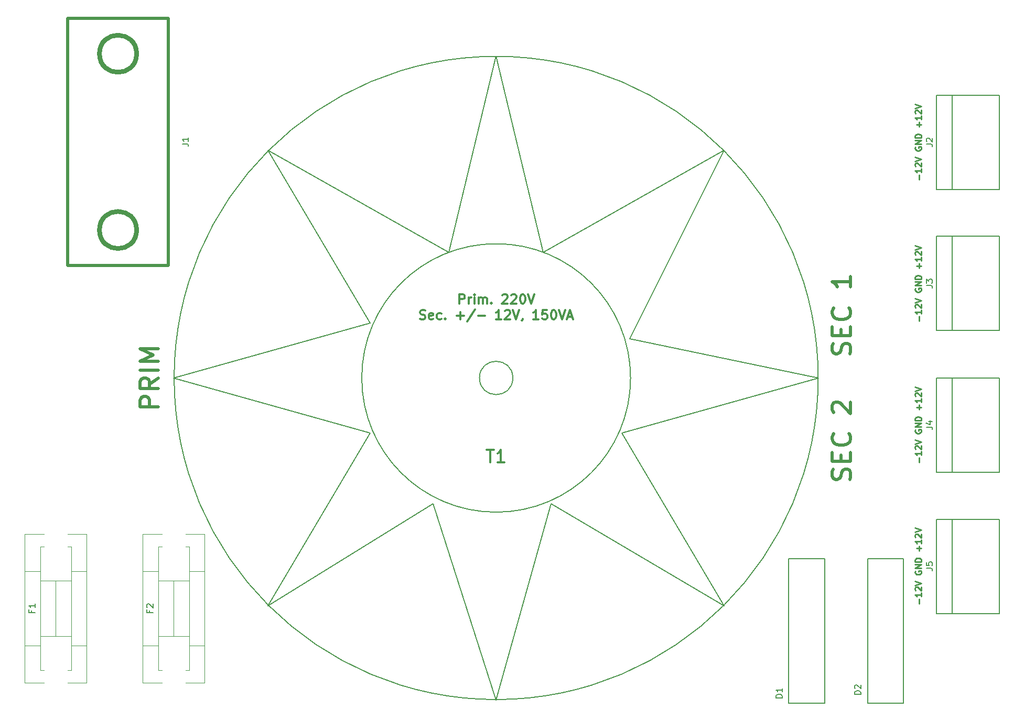
<source format=gbr>
G04 #@! TF.GenerationSoftware,KiCad,Pcbnew,(5.0.1)-4*
G04 #@! TF.CreationDate,2019-03-08T22:54:25+01:00*
G04 #@! TF.ProjectId,PSU - Transformer,505355202D205472616E73666F726D65,rev?*
G04 #@! TF.SameCoordinates,Original*
G04 #@! TF.FileFunction,Legend,Top*
G04 #@! TF.FilePolarity,Positive*
%FSLAX46Y46*%
G04 Gerber Fmt 4.6, Leading zero omitted, Abs format (unit mm)*
G04 Created by KiCad (PCBNEW (5.0.1)-4) date 3/8/2019 10:54:25 PM*
%MOMM*%
%LPD*%
G01*
G04 APERTURE LIST*
%ADD10C,0.250000*%
%ADD11C,0.300000*%
%ADD12C,0.150000*%
%ADD13C,0.120000*%
%ADD14C,0.500000*%
%ADD15C,0.750000*%
G04 APERTURE END LIST*
D10*
X215590428Y-122862219D02*
X215590428Y-122100314D01*
X215971380Y-121100314D02*
X215971380Y-121671742D01*
X215971380Y-121386028D02*
X214971380Y-121386028D01*
X215114238Y-121481266D01*
X215209476Y-121576504D01*
X215257095Y-121671742D01*
X215066619Y-120719361D02*
X215019000Y-120671742D01*
X214971380Y-120576504D01*
X214971380Y-120338409D01*
X215019000Y-120243171D01*
X215066619Y-120195552D01*
X215161857Y-120147933D01*
X215257095Y-120147933D01*
X215399952Y-120195552D01*
X215971380Y-120766980D01*
X215971380Y-120147933D01*
X214971380Y-119862219D02*
X215971380Y-119528885D01*
X214971380Y-119195552D01*
X215019000Y-117576504D02*
X214971380Y-117671742D01*
X214971380Y-117814600D01*
X215019000Y-117957457D01*
X215114238Y-118052695D01*
X215209476Y-118100314D01*
X215399952Y-118147933D01*
X215542809Y-118147933D01*
X215733285Y-118100314D01*
X215828523Y-118052695D01*
X215923761Y-117957457D01*
X215971380Y-117814600D01*
X215971380Y-117719361D01*
X215923761Y-117576504D01*
X215876142Y-117528885D01*
X215542809Y-117528885D01*
X215542809Y-117719361D01*
X215971380Y-117100314D02*
X214971380Y-117100314D01*
X215971380Y-116528885D01*
X214971380Y-116528885D01*
X215971380Y-116052695D02*
X214971380Y-116052695D01*
X214971380Y-115814600D01*
X215019000Y-115671742D01*
X215114238Y-115576504D01*
X215209476Y-115528885D01*
X215399952Y-115481266D01*
X215542809Y-115481266D01*
X215733285Y-115528885D01*
X215828523Y-115576504D01*
X215923761Y-115671742D01*
X215971380Y-115814600D01*
X215971380Y-116052695D01*
X215590428Y-114290790D02*
X215590428Y-113528885D01*
X215971380Y-113909838D02*
X215209476Y-113909838D01*
X215971380Y-112528885D02*
X215971380Y-113100314D01*
X215971380Y-112814600D02*
X214971380Y-112814600D01*
X215114238Y-112909838D01*
X215209476Y-113005076D01*
X215257095Y-113100314D01*
X215066619Y-112147933D02*
X215019000Y-112100314D01*
X214971380Y-112005076D01*
X214971380Y-111766980D01*
X215019000Y-111671742D01*
X215066619Y-111624123D01*
X215161857Y-111576504D01*
X215257095Y-111576504D01*
X215399952Y-111624123D01*
X215971380Y-112195552D01*
X215971380Y-111576504D01*
X214971380Y-111290790D02*
X215971380Y-110957457D01*
X214971380Y-110624123D01*
X215590428Y-100027619D02*
X215590428Y-99265714D01*
X215971380Y-98265714D02*
X215971380Y-98837142D01*
X215971380Y-98551428D02*
X214971380Y-98551428D01*
X215114238Y-98646666D01*
X215209476Y-98741904D01*
X215257095Y-98837142D01*
X215066619Y-97884761D02*
X215019000Y-97837142D01*
X214971380Y-97741904D01*
X214971380Y-97503809D01*
X215019000Y-97408571D01*
X215066619Y-97360952D01*
X215161857Y-97313333D01*
X215257095Y-97313333D01*
X215399952Y-97360952D01*
X215971380Y-97932380D01*
X215971380Y-97313333D01*
X214971380Y-97027619D02*
X215971380Y-96694285D01*
X214971380Y-96360952D01*
X215019000Y-94741904D02*
X214971380Y-94837142D01*
X214971380Y-94980000D01*
X215019000Y-95122857D01*
X215114238Y-95218095D01*
X215209476Y-95265714D01*
X215399952Y-95313333D01*
X215542809Y-95313333D01*
X215733285Y-95265714D01*
X215828523Y-95218095D01*
X215923761Y-95122857D01*
X215971380Y-94980000D01*
X215971380Y-94884761D01*
X215923761Y-94741904D01*
X215876142Y-94694285D01*
X215542809Y-94694285D01*
X215542809Y-94884761D01*
X215971380Y-94265714D02*
X214971380Y-94265714D01*
X215971380Y-93694285D01*
X214971380Y-93694285D01*
X215971380Y-93218095D02*
X214971380Y-93218095D01*
X214971380Y-92980000D01*
X215019000Y-92837142D01*
X215114238Y-92741904D01*
X215209476Y-92694285D01*
X215399952Y-92646666D01*
X215542809Y-92646666D01*
X215733285Y-92694285D01*
X215828523Y-92741904D01*
X215923761Y-92837142D01*
X215971380Y-92980000D01*
X215971380Y-93218095D01*
X215590428Y-91456190D02*
X215590428Y-90694285D01*
X215971380Y-91075238D02*
X215209476Y-91075238D01*
X215971380Y-89694285D02*
X215971380Y-90265714D01*
X215971380Y-89980000D02*
X214971380Y-89980000D01*
X215114238Y-90075238D01*
X215209476Y-90170476D01*
X215257095Y-90265714D01*
X215066619Y-89313333D02*
X215019000Y-89265714D01*
X214971380Y-89170476D01*
X214971380Y-88932380D01*
X215019000Y-88837142D01*
X215066619Y-88789523D01*
X215161857Y-88741904D01*
X215257095Y-88741904D01*
X215399952Y-88789523D01*
X215971380Y-89360952D01*
X215971380Y-88741904D01*
X214971380Y-88456190D02*
X215971380Y-88122857D01*
X214971380Y-87789523D01*
X215590428Y-77167619D02*
X215590428Y-76405714D01*
X215971380Y-75405714D02*
X215971380Y-75977142D01*
X215971380Y-75691428D02*
X214971380Y-75691428D01*
X215114238Y-75786666D01*
X215209476Y-75881904D01*
X215257095Y-75977142D01*
X215066619Y-75024761D02*
X215019000Y-74977142D01*
X214971380Y-74881904D01*
X214971380Y-74643809D01*
X215019000Y-74548571D01*
X215066619Y-74500952D01*
X215161857Y-74453333D01*
X215257095Y-74453333D01*
X215399952Y-74500952D01*
X215971380Y-75072380D01*
X215971380Y-74453333D01*
X214971380Y-74167619D02*
X215971380Y-73834285D01*
X214971380Y-73500952D01*
X215019000Y-71881904D02*
X214971380Y-71977142D01*
X214971380Y-72120000D01*
X215019000Y-72262857D01*
X215114238Y-72358095D01*
X215209476Y-72405714D01*
X215399952Y-72453333D01*
X215542809Y-72453333D01*
X215733285Y-72405714D01*
X215828523Y-72358095D01*
X215923761Y-72262857D01*
X215971380Y-72120000D01*
X215971380Y-72024761D01*
X215923761Y-71881904D01*
X215876142Y-71834285D01*
X215542809Y-71834285D01*
X215542809Y-72024761D01*
X215971380Y-71405714D02*
X214971380Y-71405714D01*
X215971380Y-70834285D01*
X214971380Y-70834285D01*
X215971380Y-70358095D02*
X214971380Y-70358095D01*
X214971380Y-70120000D01*
X215019000Y-69977142D01*
X215114238Y-69881904D01*
X215209476Y-69834285D01*
X215399952Y-69786666D01*
X215542809Y-69786666D01*
X215733285Y-69834285D01*
X215828523Y-69881904D01*
X215923761Y-69977142D01*
X215971380Y-70120000D01*
X215971380Y-70358095D01*
X215590428Y-68596190D02*
X215590428Y-67834285D01*
X215971380Y-68215238D02*
X215209476Y-68215238D01*
X215971380Y-66834285D02*
X215971380Y-67405714D01*
X215971380Y-67120000D02*
X214971380Y-67120000D01*
X215114238Y-67215238D01*
X215209476Y-67310476D01*
X215257095Y-67405714D01*
X215066619Y-66453333D02*
X215019000Y-66405714D01*
X214971380Y-66310476D01*
X214971380Y-66072380D01*
X215019000Y-65977142D01*
X215066619Y-65929523D01*
X215161857Y-65881904D01*
X215257095Y-65881904D01*
X215399952Y-65929523D01*
X215971380Y-66500952D01*
X215971380Y-65881904D01*
X214971380Y-65596190D02*
X215971380Y-65262857D01*
X214971380Y-64929523D01*
X215590428Y-54307619D02*
X215590428Y-53545714D01*
X215971380Y-52545714D02*
X215971380Y-53117142D01*
X215971380Y-52831428D02*
X214971380Y-52831428D01*
X215114238Y-52926666D01*
X215209476Y-53021904D01*
X215257095Y-53117142D01*
X215066619Y-52164761D02*
X215019000Y-52117142D01*
X214971380Y-52021904D01*
X214971380Y-51783809D01*
X215019000Y-51688571D01*
X215066619Y-51640952D01*
X215161857Y-51593333D01*
X215257095Y-51593333D01*
X215399952Y-51640952D01*
X215971380Y-52212380D01*
X215971380Y-51593333D01*
X214971380Y-51307619D02*
X215971380Y-50974285D01*
X214971380Y-50640952D01*
X215019000Y-49021904D02*
X214971380Y-49117142D01*
X214971380Y-49260000D01*
X215019000Y-49402857D01*
X215114238Y-49498095D01*
X215209476Y-49545714D01*
X215399952Y-49593333D01*
X215542809Y-49593333D01*
X215733285Y-49545714D01*
X215828523Y-49498095D01*
X215923761Y-49402857D01*
X215971380Y-49260000D01*
X215971380Y-49164761D01*
X215923761Y-49021904D01*
X215876142Y-48974285D01*
X215542809Y-48974285D01*
X215542809Y-49164761D01*
X215971380Y-48545714D02*
X214971380Y-48545714D01*
X215971380Y-47974285D01*
X214971380Y-47974285D01*
X215971380Y-47498095D02*
X214971380Y-47498095D01*
X214971380Y-47260000D01*
X215019000Y-47117142D01*
X215114238Y-47021904D01*
X215209476Y-46974285D01*
X215399952Y-46926666D01*
X215542809Y-46926666D01*
X215733285Y-46974285D01*
X215828523Y-47021904D01*
X215923761Y-47117142D01*
X215971380Y-47260000D01*
X215971380Y-47498095D01*
X215590428Y-45736190D02*
X215590428Y-44974285D01*
X215971380Y-45355238D02*
X215209476Y-45355238D01*
X215971380Y-43974285D02*
X215971380Y-44545714D01*
X215971380Y-44260000D02*
X214971380Y-44260000D01*
X215114238Y-44355238D01*
X215209476Y-44450476D01*
X215257095Y-44545714D01*
X215066619Y-43593333D02*
X215019000Y-43545714D01*
X214971380Y-43450476D01*
X214971380Y-43212380D01*
X215019000Y-43117142D01*
X215066619Y-43069523D01*
X215161857Y-43021904D01*
X215257095Y-43021904D01*
X215399952Y-43069523D01*
X215971380Y-43640952D01*
X215971380Y-43021904D01*
X214971380Y-42736190D02*
X215971380Y-42402857D01*
X214971380Y-42069523D01*
D11*
X141391428Y-74333571D02*
X141391428Y-72833571D01*
X141962857Y-72833571D01*
X142105714Y-72905000D01*
X142177142Y-72976428D01*
X142248571Y-73119285D01*
X142248571Y-73333571D01*
X142177142Y-73476428D01*
X142105714Y-73547857D01*
X141962857Y-73619285D01*
X141391428Y-73619285D01*
X142891428Y-74333571D02*
X142891428Y-73333571D01*
X142891428Y-73619285D02*
X142962857Y-73476428D01*
X143034285Y-73405000D01*
X143177142Y-73333571D01*
X143320000Y-73333571D01*
X143820000Y-74333571D02*
X143820000Y-73333571D01*
X143820000Y-72833571D02*
X143748571Y-72905000D01*
X143820000Y-72976428D01*
X143891428Y-72905000D01*
X143820000Y-72833571D01*
X143820000Y-72976428D01*
X144534285Y-74333571D02*
X144534285Y-73333571D01*
X144534285Y-73476428D02*
X144605714Y-73405000D01*
X144748571Y-73333571D01*
X144962857Y-73333571D01*
X145105714Y-73405000D01*
X145177142Y-73547857D01*
X145177142Y-74333571D01*
X145177142Y-73547857D02*
X145248571Y-73405000D01*
X145391428Y-73333571D01*
X145605714Y-73333571D01*
X145748571Y-73405000D01*
X145820000Y-73547857D01*
X145820000Y-74333571D01*
X146534285Y-74190714D02*
X146605714Y-74262142D01*
X146534285Y-74333571D01*
X146462857Y-74262142D01*
X146534285Y-74190714D01*
X146534285Y-74333571D01*
X148320000Y-72976428D02*
X148391428Y-72905000D01*
X148534285Y-72833571D01*
X148891428Y-72833571D01*
X149034285Y-72905000D01*
X149105714Y-72976428D01*
X149177142Y-73119285D01*
X149177142Y-73262142D01*
X149105714Y-73476428D01*
X148248571Y-74333571D01*
X149177142Y-74333571D01*
X149748571Y-72976428D02*
X149820000Y-72905000D01*
X149962857Y-72833571D01*
X150320000Y-72833571D01*
X150462857Y-72905000D01*
X150534285Y-72976428D01*
X150605714Y-73119285D01*
X150605714Y-73262142D01*
X150534285Y-73476428D01*
X149677142Y-74333571D01*
X150605714Y-74333571D01*
X151534285Y-72833571D02*
X151677142Y-72833571D01*
X151820000Y-72905000D01*
X151891428Y-72976428D01*
X151962857Y-73119285D01*
X152034285Y-73405000D01*
X152034285Y-73762142D01*
X151962857Y-74047857D01*
X151891428Y-74190714D01*
X151820000Y-74262142D01*
X151677142Y-74333571D01*
X151534285Y-74333571D01*
X151391428Y-74262142D01*
X151320000Y-74190714D01*
X151248571Y-74047857D01*
X151177142Y-73762142D01*
X151177142Y-73405000D01*
X151248571Y-73119285D01*
X151320000Y-72976428D01*
X151391428Y-72905000D01*
X151534285Y-72833571D01*
X152462857Y-72833571D02*
X152962857Y-74333571D01*
X153462857Y-72833571D01*
X135034285Y-76812142D02*
X135248571Y-76883571D01*
X135605714Y-76883571D01*
X135748571Y-76812142D01*
X135820000Y-76740714D01*
X135891428Y-76597857D01*
X135891428Y-76455000D01*
X135820000Y-76312142D01*
X135748571Y-76240714D01*
X135605714Y-76169285D01*
X135320000Y-76097857D01*
X135177142Y-76026428D01*
X135105714Y-75955000D01*
X135034285Y-75812142D01*
X135034285Y-75669285D01*
X135105714Y-75526428D01*
X135177142Y-75455000D01*
X135320000Y-75383571D01*
X135677142Y-75383571D01*
X135891428Y-75455000D01*
X137105714Y-76812142D02*
X136962857Y-76883571D01*
X136677142Y-76883571D01*
X136534285Y-76812142D01*
X136462857Y-76669285D01*
X136462857Y-76097857D01*
X136534285Y-75955000D01*
X136677142Y-75883571D01*
X136962857Y-75883571D01*
X137105714Y-75955000D01*
X137177142Y-76097857D01*
X137177142Y-76240714D01*
X136462857Y-76383571D01*
X138462857Y-76812142D02*
X138320000Y-76883571D01*
X138034285Y-76883571D01*
X137891428Y-76812142D01*
X137820000Y-76740714D01*
X137748571Y-76597857D01*
X137748571Y-76169285D01*
X137820000Y-76026428D01*
X137891428Y-75955000D01*
X138034285Y-75883571D01*
X138320000Y-75883571D01*
X138462857Y-75955000D01*
X139105714Y-76740714D02*
X139177142Y-76812142D01*
X139105714Y-76883571D01*
X139034285Y-76812142D01*
X139105714Y-76740714D01*
X139105714Y-76883571D01*
X140962857Y-76312142D02*
X142105714Y-76312142D01*
X141534285Y-76883571D02*
X141534285Y-75740714D01*
X143891428Y-75312142D02*
X142605714Y-77240714D01*
X144391428Y-76312142D02*
X145534285Y-76312142D01*
X148177142Y-76883571D02*
X147320000Y-76883571D01*
X147748571Y-76883571D02*
X147748571Y-75383571D01*
X147605714Y-75597857D01*
X147462857Y-75740714D01*
X147320000Y-75812142D01*
X148748571Y-75526428D02*
X148820000Y-75455000D01*
X148962857Y-75383571D01*
X149320000Y-75383571D01*
X149462857Y-75455000D01*
X149534285Y-75526428D01*
X149605714Y-75669285D01*
X149605714Y-75812142D01*
X149534285Y-76026428D01*
X148677142Y-76883571D01*
X149605714Y-76883571D01*
X150034285Y-75383571D02*
X150534285Y-76883571D01*
X151034285Y-75383571D01*
X151605714Y-76812142D02*
X151605714Y-76883571D01*
X151534285Y-77026428D01*
X151462857Y-77097857D01*
X154177142Y-76883571D02*
X153320000Y-76883571D01*
X153748571Y-76883571D02*
X153748571Y-75383571D01*
X153605714Y-75597857D01*
X153462857Y-75740714D01*
X153320000Y-75812142D01*
X155534285Y-75383571D02*
X154820000Y-75383571D01*
X154748571Y-76097857D01*
X154820000Y-76026428D01*
X154962857Y-75955000D01*
X155320000Y-75955000D01*
X155462857Y-76026428D01*
X155534285Y-76097857D01*
X155605714Y-76240714D01*
X155605714Y-76597857D01*
X155534285Y-76740714D01*
X155462857Y-76812142D01*
X155320000Y-76883571D01*
X154962857Y-76883571D01*
X154820000Y-76812142D01*
X154748571Y-76740714D01*
X156534285Y-75383571D02*
X156677142Y-75383571D01*
X156820000Y-75455000D01*
X156891428Y-75526428D01*
X156962857Y-75669285D01*
X157034285Y-75955000D01*
X157034285Y-76312142D01*
X156962857Y-76597857D01*
X156891428Y-76740714D01*
X156820000Y-76812142D01*
X156677142Y-76883571D01*
X156534285Y-76883571D01*
X156391428Y-76812142D01*
X156320000Y-76740714D01*
X156248571Y-76597857D01*
X156177142Y-76312142D01*
X156177142Y-75955000D01*
X156248571Y-75669285D01*
X156320000Y-75526428D01*
X156391428Y-75455000D01*
X156534285Y-75383571D01*
X157462857Y-75383571D02*
X157962857Y-76883571D01*
X158462857Y-75383571D01*
X158891428Y-76455000D02*
X159605714Y-76455000D01*
X158748571Y-76883571D02*
X159248571Y-75383571D01*
X159748571Y-76883571D01*
D12*
G04 #@! TO.C,D1*
X194570000Y-115580000D02*
X200370000Y-115580000D01*
X194570000Y-138980000D02*
X194570000Y-115580000D01*
X200370000Y-138980000D02*
X194570000Y-138980000D01*
X200370000Y-115580000D02*
X200370000Y-138980000D01*
G04 #@! TO.C,D2*
X207300000Y-138980000D02*
X207300000Y-115580000D01*
X207300000Y-115580000D02*
X213100000Y-115580000D01*
X213100000Y-115580000D02*
X213100000Y-138980000D01*
X213100000Y-138980000D02*
X207300000Y-138980000D01*
D13*
G04 #@! TO.C,F1*
X73700000Y-129620000D02*
X71200000Y-129620000D01*
X81200000Y-129620000D02*
X78700000Y-129620000D01*
X81200000Y-117620000D02*
X78700000Y-117620000D01*
X71200000Y-117620000D02*
X73700000Y-117620000D01*
X76200000Y-128120000D02*
X76200000Y-119120000D01*
X73700000Y-128120000D02*
X78700000Y-128120000D01*
X73700000Y-119120000D02*
X78700000Y-119120000D01*
X74300000Y-113620000D02*
X73700000Y-113620000D01*
X78100000Y-133620000D02*
X78700000Y-133620000D01*
X78700000Y-133620000D02*
X78700000Y-113620000D01*
X78700000Y-113620000D02*
X78100000Y-113620000D01*
X73700000Y-113620000D02*
X73700000Y-133620000D01*
X73700000Y-133620000D02*
X74300000Y-133620000D01*
X74300000Y-111620000D02*
X71200000Y-111620000D01*
X78100000Y-135620000D02*
X81200000Y-135620000D01*
X81200000Y-135620000D02*
X81200000Y-111620000D01*
X81200000Y-111620000D02*
X78100000Y-111620000D01*
X71200000Y-111620000D02*
X71200000Y-135620000D01*
X71200000Y-135620000D02*
X74300000Y-135620000D01*
G04 #@! TO.C,F2*
X90250000Y-135620000D02*
X93350000Y-135620000D01*
X90250000Y-111620000D02*
X90250000Y-135620000D01*
X100250000Y-111620000D02*
X97150000Y-111620000D01*
X100250000Y-135620000D02*
X100250000Y-111620000D01*
X97150000Y-135620000D02*
X100250000Y-135620000D01*
X93350000Y-111620000D02*
X90250000Y-111620000D01*
X92750000Y-133620000D02*
X93350000Y-133620000D01*
X92750000Y-113620000D02*
X92750000Y-133620000D01*
X97750000Y-113620000D02*
X97150000Y-113620000D01*
X97750000Y-133620000D02*
X97750000Y-113620000D01*
X97150000Y-133620000D02*
X97750000Y-133620000D01*
X93350000Y-113620000D02*
X92750000Y-113620000D01*
X92750000Y-119120000D02*
X97750000Y-119120000D01*
X92750000Y-128120000D02*
X97750000Y-128120000D01*
X95250000Y-128120000D02*
X95250000Y-119120000D01*
X90250000Y-117620000D02*
X92750000Y-117620000D01*
X100250000Y-117620000D02*
X97750000Y-117620000D01*
X100250000Y-129620000D02*
X97750000Y-129620000D01*
X92750000Y-129620000D02*
X90250000Y-129620000D01*
D14*
G04 #@! TO.C,J1*
X78108400Y-68133800D02*
X78108400Y-28233800D01*
X94408400Y-68133800D02*
X94408400Y-28233800D01*
D15*
X89258400Y-33933800D02*
G75*
G03X89258400Y-33933800I-3000000J0D01*
G01*
X89258400Y-62433800D02*
G75*
G03X89258400Y-62433800I-3000000J0D01*
G01*
D14*
X78108400Y-68133800D02*
X94408400Y-68133800D01*
X78108400Y-28233800D02*
X94408400Y-28233800D01*
D12*
G04 #@! TO.C,J2*
X228600000Y-40614600D02*
X218440000Y-40614600D01*
X218440000Y-40614600D02*
X218440000Y-55854600D01*
X218440000Y-55854600D02*
X228600000Y-55854600D01*
X228600000Y-55854600D02*
X228600000Y-40614600D01*
X220980000Y-40614600D02*
X220980000Y-55854600D01*
G04 #@! TO.C,J3*
X220980000Y-63449200D02*
X220980000Y-78689200D01*
X228600000Y-78689200D02*
X228600000Y-63449200D01*
X218440000Y-78689200D02*
X228600000Y-78689200D01*
X218440000Y-63449200D02*
X218440000Y-78689200D01*
X228600000Y-63449200D02*
X218440000Y-63449200D01*
G04 #@! TO.C,J4*
X228600000Y-86360000D02*
X218440000Y-86360000D01*
X218440000Y-86360000D02*
X218440000Y-101600000D01*
X218440000Y-101600000D02*
X228600000Y-101600000D01*
X228600000Y-101600000D02*
X228600000Y-86360000D01*
X220980000Y-86360000D02*
X220980000Y-101600000D01*
G04 #@! TO.C,J5*
X220954600Y-109194599D02*
X220954600Y-124434599D01*
X228574600Y-124434599D02*
X228574600Y-109194599D01*
X218414600Y-124434599D02*
X228574600Y-124434599D01*
X218414600Y-109194599D02*
X218414600Y-124434599D01*
X228574600Y-109194599D02*
X218414600Y-109194599D01*
G04 #@! TO.C,T1*
X168910000Y-80010000D02*
X184150000Y-49530000D01*
X199390000Y-86360000D02*
X168910000Y-80010000D01*
X167640000Y-95250000D02*
X199390000Y-86360000D01*
X184150000Y-123190000D02*
X167640000Y-95250000D01*
X156210000Y-106680000D02*
X184150000Y-123190000D01*
X147320000Y-138430000D02*
X156210000Y-106680000D01*
X137160000Y-106680000D02*
X147320000Y-138430000D01*
X110490000Y-123190000D02*
X137160000Y-106680000D01*
X127000000Y-95250000D02*
X110490000Y-123190000D01*
X95250000Y-86360000D02*
X127000000Y-95250000D01*
X127000000Y-77470000D02*
X95250000Y-86360000D01*
X110490000Y-49530000D02*
X127000000Y-77470000D01*
X139700000Y-66040000D02*
X110490000Y-49530000D01*
X147320000Y-34290000D02*
X139700000Y-66040000D01*
X154940000Y-66040000D02*
X147320000Y-34290000D01*
X184150000Y-49530000D02*
X154940000Y-66040000D01*
X169021770Y-86360000D02*
G75*
G03X169021770Y-86360000I-21701770J0D01*
G01*
X150014077Y-86360000D02*
G75*
G03X150014077Y-86360000I-2694077J0D01*
G01*
X199320000Y-86360000D02*
G75*
G03X199320000Y-86360000I-52000000J0D01*
G01*
G04 #@! TO.C,*
G04 #@! TO.C,D1*
X193492380Y-138078095D02*
X192492380Y-138078095D01*
X192492380Y-137840000D01*
X192540000Y-137697142D01*
X192635238Y-137601904D01*
X192730476Y-137554285D01*
X192920952Y-137506666D01*
X193063809Y-137506666D01*
X193254285Y-137554285D01*
X193349523Y-137601904D01*
X193444761Y-137697142D01*
X193492380Y-137840000D01*
X193492380Y-138078095D01*
X193492380Y-136554285D02*
X193492380Y-137125714D01*
X193492380Y-136840000D02*
X192492380Y-136840000D01*
X192635238Y-136935238D01*
X192730476Y-137030476D01*
X192778095Y-137125714D01*
G04 #@! TO.C,D2*
X206192380Y-137518095D02*
X205192380Y-137518095D01*
X205192380Y-137280000D01*
X205240000Y-137137142D01*
X205335238Y-137041904D01*
X205430476Y-136994285D01*
X205620952Y-136946666D01*
X205763809Y-136946666D01*
X205954285Y-136994285D01*
X206049523Y-137041904D01*
X206144761Y-137137142D01*
X206192380Y-137280000D01*
X206192380Y-137518095D01*
X205287619Y-136565714D02*
X205240000Y-136518095D01*
X205192380Y-136422857D01*
X205192380Y-136184761D01*
X205240000Y-136089523D01*
X205287619Y-136041904D01*
X205382857Y-135994285D01*
X205478095Y-135994285D01*
X205620952Y-136041904D01*
X206192380Y-136613333D01*
X206192380Y-135994285D01*
G04 #@! TO.C,F1*
X72318571Y-123953333D02*
X72318571Y-124286666D01*
X72842380Y-124286666D02*
X71842380Y-124286666D01*
X71842380Y-123810476D01*
X72842380Y-122905714D02*
X72842380Y-123477142D01*
X72842380Y-123191428D02*
X71842380Y-123191428D01*
X71985238Y-123286666D01*
X72080476Y-123381904D01*
X72128095Y-123477142D01*
G04 #@! TO.C,F2*
X91368571Y-123953333D02*
X91368571Y-124286666D01*
X91892380Y-124286666D02*
X90892380Y-124286666D01*
X90892380Y-123810476D01*
X90987619Y-123477142D02*
X90940000Y-123429523D01*
X90892380Y-123334285D01*
X90892380Y-123096190D01*
X90940000Y-123000952D01*
X90987619Y-122953333D01*
X91082857Y-122905714D01*
X91178095Y-122905714D01*
X91320952Y-122953333D01*
X91892380Y-123524761D01*
X91892380Y-122905714D01*
G04 #@! TO.C,J1*
X96632780Y-48517133D02*
X97347066Y-48517133D01*
X97489923Y-48564752D01*
X97585161Y-48659990D01*
X97632780Y-48802847D01*
X97632780Y-48898085D01*
X97632780Y-47517133D02*
X97632780Y-48088561D01*
X97632780Y-47802847D02*
X96632780Y-47802847D01*
X96775638Y-47898085D01*
X96870876Y-47993323D01*
X96918495Y-48088561D01*
G04 #@! TO.C,J2*
X216774780Y-48567933D02*
X217489066Y-48567933D01*
X217631923Y-48615552D01*
X217727161Y-48710790D01*
X217774780Y-48853647D01*
X217774780Y-48948885D01*
X216870019Y-48139361D02*
X216822400Y-48091742D01*
X216774780Y-47996504D01*
X216774780Y-47758409D01*
X216822400Y-47663171D01*
X216870019Y-47615552D01*
X216965257Y-47567933D01*
X217060495Y-47567933D01*
X217203352Y-47615552D01*
X217774780Y-48186980D01*
X217774780Y-47567933D01*
G04 #@! TO.C,J3*
X216774780Y-71402533D02*
X217489066Y-71402533D01*
X217631923Y-71450152D01*
X217727161Y-71545390D01*
X217774780Y-71688247D01*
X217774780Y-71783485D01*
X216774780Y-71021580D02*
X216774780Y-70402533D01*
X217155733Y-70735866D01*
X217155733Y-70593009D01*
X217203352Y-70497771D01*
X217250971Y-70450152D01*
X217346209Y-70402533D01*
X217584304Y-70402533D01*
X217679542Y-70450152D01*
X217727161Y-70497771D01*
X217774780Y-70593009D01*
X217774780Y-70878723D01*
X217727161Y-70973961D01*
X217679542Y-71021580D01*
G04 #@! TO.C,J4*
X216774780Y-94313333D02*
X217489066Y-94313333D01*
X217631923Y-94360952D01*
X217727161Y-94456190D01*
X217774780Y-94599047D01*
X217774780Y-94694285D01*
X217108114Y-93408571D02*
X217774780Y-93408571D01*
X216727161Y-93646666D02*
X217441447Y-93884761D01*
X217441447Y-93265714D01*
G04 #@! TO.C,J5*
X216774780Y-117122532D02*
X217489066Y-117122532D01*
X217631923Y-117170151D01*
X217727161Y-117265389D01*
X217774780Y-117408246D01*
X217774780Y-117503484D01*
X216774780Y-116170151D02*
X216774780Y-116646341D01*
X217250971Y-116693960D01*
X217203352Y-116646341D01*
X217155733Y-116551103D01*
X217155733Y-116313008D01*
X217203352Y-116217770D01*
X217250971Y-116170151D01*
X217346209Y-116122532D01*
X217584304Y-116122532D01*
X217679542Y-116170151D01*
X217727161Y-116217770D01*
X217774780Y-116313008D01*
X217774780Y-116551103D01*
X217727161Y-116646341D01*
X217679542Y-116693960D01*
G04 #@! TO.C,T1*
D11*
X145796190Y-97964761D02*
X146939047Y-97964761D01*
X146367619Y-99964761D02*
X146367619Y-97964761D01*
X148653333Y-99964761D02*
X147510476Y-99964761D01*
X148081904Y-99964761D02*
X148081904Y-97964761D01*
X147891428Y-98250476D01*
X147700952Y-98440952D01*
X147510476Y-98536190D01*
D14*
X92797142Y-91074285D02*
X89797142Y-91074285D01*
X89797142Y-89931428D01*
X89940000Y-89645714D01*
X90082857Y-89502857D01*
X90368571Y-89360000D01*
X90797142Y-89360000D01*
X91082857Y-89502857D01*
X91225714Y-89645714D01*
X91368571Y-89931428D01*
X91368571Y-91074285D01*
X92797142Y-86360000D02*
X91368571Y-87360000D01*
X92797142Y-88074285D02*
X89797142Y-88074285D01*
X89797142Y-86931428D01*
X89940000Y-86645714D01*
X90082857Y-86502857D01*
X90368571Y-86360000D01*
X90797142Y-86360000D01*
X91082857Y-86502857D01*
X91225714Y-86645714D01*
X91368571Y-86931428D01*
X91368571Y-88074285D01*
X92797142Y-85074285D02*
X89797142Y-85074285D01*
X92797142Y-83645714D02*
X89797142Y-83645714D01*
X91940000Y-82645714D01*
X89797142Y-81645714D01*
X92797142Y-81645714D01*
X204414285Y-82485714D02*
X204557142Y-82057142D01*
X204557142Y-81342857D01*
X204414285Y-81057142D01*
X204271428Y-80914285D01*
X203985714Y-80771428D01*
X203700000Y-80771428D01*
X203414285Y-80914285D01*
X203271428Y-81057142D01*
X203128571Y-81342857D01*
X202985714Y-81914285D01*
X202842857Y-82200000D01*
X202700000Y-82342857D01*
X202414285Y-82485714D01*
X202128571Y-82485714D01*
X201842857Y-82342857D01*
X201700000Y-82200000D01*
X201557142Y-81914285D01*
X201557142Y-81200000D01*
X201700000Y-80771428D01*
X202985714Y-79485714D02*
X202985714Y-78485714D01*
X204557142Y-78057142D02*
X204557142Y-79485714D01*
X201557142Y-79485714D01*
X201557142Y-78057142D01*
X204271428Y-75057142D02*
X204414285Y-75200000D01*
X204557142Y-75628571D01*
X204557142Y-75914285D01*
X204414285Y-76342857D01*
X204128571Y-76628571D01*
X203842857Y-76771428D01*
X203271428Y-76914285D01*
X202842857Y-76914285D01*
X202271428Y-76771428D01*
X201985714Y-76628571D01*
X201700000Y-76342857D01*
X201557142Y-75914285D01*
X201557142Y-75628571D01*
X201700000Y-75200000D01*
X201842857Y-75057142D01*
X204557142Y-69914285D02*
X204557142Y-71628571D01*
X204557142Y-70771428D02*
X201557142Y-70771428D01*
X201985714Y-71057142D01*
X202271428Y-71342857D01*
X202414285Y-71628571D01*
X204414285Y-102805714D02*
X204557142Y-102377142D01*
X204557142Y-101662857D01*
X204414285Y-101377142D01*
X204271428Y-101234285D01*
X203985714Y-101091428D01*
X203700000Y-101091428D01*
X203414285Y-101234285D01*
X203271428Y-101377142D01*
X203128571Y-101662857D01*
X202985714Y-102234285D01*
X202842857Y-102520000D01*
X202700000Y-102662857D01*
X202414285Y-102805714D01*
X202128571Y-102805714D01*
X201842857Y-102662857D01*
X201700000Y-102520000D01*
X201557142Y-102234285D01*
X201557142Y-101520000D01*
X201700000Y-101091428D01*
X202985714Y-99805714D02*
X202985714Y-98805714D01*
X204557142Y-98377142D02*
X204557142Y-99805714D01*
X201557142Y-99805714D01*
X201557142Y-98377142D01*
X204271428Y-95377142D02*
X204414285Y-95520000D01*
X204557142Y-95948571D01*
X204557142Y-96234285D01*
X204414285Y-96662857D01*
X204128571Y-96948571D01*
X203842857Y-97091428D01*
X203271428Y-97234285D01*
X202842857Y-97234285D01*
X202271428Y-97091428D01*
X201985714Y-96948571D01*
X201700000Y-96662857D01*
X201557142Y-96234285D01*
X201557142Y-95948571D01*
X201700000Y-95520000D01*
X201842857Y-95377142D01*
X201842857Y-91948571D02*
X201700000Y-91805714D01*
X201557142Y-91520000D01*
X201557142Y-90805714D01*
X201700000Y-90520000D01*
X201842857Y-90377142D01*
X202128571Y-90234285D01*
X202414285Y-90234285D01*
X202842857Y-90377142D01*
X204557142Y-92091428D01*
X204557142Y-90234285D01*
G04 #@! TD*
M02*

</source>
